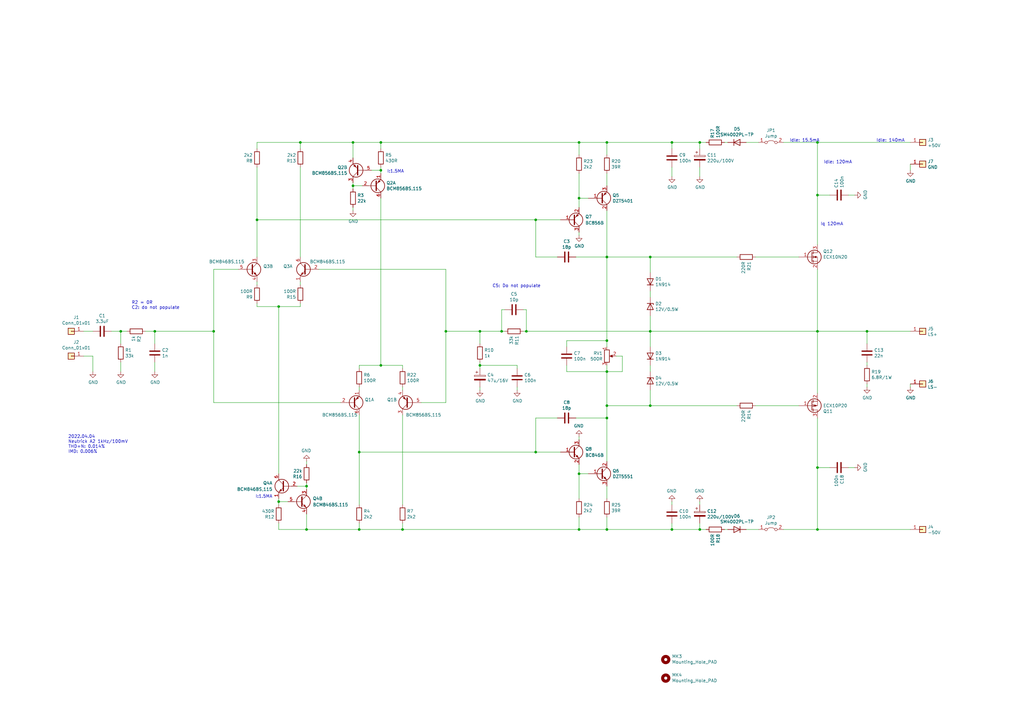
<source format=kicad_sch>
(kicad_sch (version 20211123) (generator eeschema)
  (paper "A3")
  (title_block (title "Lateral MOS FET 80W") (date "2022-04-04") (rev "V3a"))
  (lib_symbols
    (symbol "Connector_Generic:Conn_01x01" (pin_names (offset 1.016) hide)
      (property "Reference" "J" (at 0 2.54 0))
      (property "Value" "Conn_01x01" (at 0 -2.54 0))
      (symbol "Conn_01x01_1_1"
        (rectangle (start -1.27 0.127) (end 0 -0.127) (stroke (width 0.1524)))
        (rectangle (start -1.27 1.27) (end 1.27 -1.27) (stroke (width 0.254)) (fill (type background)))
        (pin passive line (at -5.08 0 0) (length 3.81) (name "Pin_1") (number "1"))
      )
    )
    (symbol "Device:C" (pin_numbers hide) (pin_names (offset 0.254))
      (property "Reference" "C" (at 0.635 2.54 0))
      (property "Value" "C" (at 0.635 -2.54 0))
      (symbol "C_0_1"
        (polyline (pts (xy -2.032 -0.762) (xy 2.032 -0.762)) (stroke (width 0.508)))
        (polyline (pts (xy -2.032 0.762) (xy 2.032 0.762)) (stroke (width 0.508)))
      )
      (symbol "C_1_1"
        (pin passive line (at 0 3.81 270) (length 2.794) (name "~") (number "1"))
        (pin passive line (at 0 -3.81 90) (length 2.794) (name "~") (number "2"))
      )
    )
    (symbol "Device:CP" (pin_numbers hide) (pin_names (offset 0.254))
      (property "Reference" "C" (at 0.635 2.54 0))
      (property "Value" "Device_CP" (at 0.635 -2.54 0))
      (symbol "CP_0_1"
        (rectangle (start -2.286 0.508) (end 2.286 1.016))
        (polyline (pts (xy -1.778 2.286) (xy -0.762 2.286)))
        (polyline (pts (xy -1.27 2.794) (xy -1.27 1.778)))
        (rectangle (start 2.286 -0.508) (end -2.286 -1.016) (fill (type outline)))
      )
      (symbol "CP_1_1"
        (pin passive line (at 0 3.81 270) (length 2.794) (name "~") (number "1"))
        (pin passive line (at 0 -3.81 90) (length 2.794) (name "~") (number "2"))
      )
    )
    (symbol "Device:R" (pin_numbers hide) (pin_names (offset 0))
      (property "Reference" "R" (at 2.032 0 90))
      (property "Value" "R" (at 0 0 90))
      (symbol "R_0_1"
        (rectangle (start -1.016 -2.54) (end 1.016 2.54) (stroke (width 0.254)))
      )
      (symbol "R_1_1"
        (pin passive line (at 0 3.81 270) (length 1.27) (name "~") (number "1"))
        (pin passive line (at 0 -3.81 90) (length 1.27) (name "~") (number "2"))
      )
    )
    (symbol "Device:R_POT" (pin_names (offset 1.016) hide)
      (property "Reference" "RV" (at -4.445 0 90))
      (property "Value" "Device_R_POT" (at -2.54 0 90))
      (symbol "R_POT_0_1"
        (polyline (pts (xy 2.54 0) (xy 1.524 0)))
        (polyline (pts (xy 1.143 0) (xy 2.286 0.508) (xy 2.286 -0.508) (xy 1.143 0)) (fill (type outline)))
        (rectangle (start 1.016 2.54) (end -1.016 -2.54) (stroke (width 0.254)))
      )
      (symbol "R_POT_1_1"
        (pin passive line (at 0 3.81 270) (length 1.27) (name "1") (number "1"))
        (pin passive line (at 3.81 0 180) (length 1.27) (name "2") (number "2"))
        (pin passive line (at 0 -3.81 90) (length 1.27) (name "3") (number "3"))
      )
    )
    (symbol "Diode:1N4002" (pin_numbers hide) (pin_names (offset 1.016) hide)
      (property "Reference" "D" (at 0 2.54 0))
      (property "Value" "1N4002" (at 0 -2.54 0))
      (symbol "1N4002_0_1"
        (polyline (pts (xy -1.27 1.27) (xy -1.27 -1.27)) (stroke (width 0.254)))
        (polyline (pts (xy 1.27 0) (xy -1.27 0)))
        (polyline (pts (xy 1.27 1.27) (xy 1.27 -1.27) (xy -1.27 0) (xy 1.27 1.27)) (stroke (width 0.254)))
      )
      (symbol "1N4002_1_1"
        (pin passive line (at -3.81 0 0) (length 2.54) (name "K") (number "1"))
        (pin passive line (at 3.81 0 180) (length 2.54) (name "A") (number "2"))
      )
    )
    (symbol "Diode:1N4148" (pin_numbers hide) (pin_names (offset 1.016) hide)
      (property "Reference" "D" (at 0 2.54 0))
      (property "Value" "1N4148" (at 0 -2.54 0))
      (symbol "1N4148_0_1"
        (polyline (pts (xy -1.27 1.27) (xy -1.27 -1.27)) (stroke (width 0.254)))
        (polyline (pts (xy 1.27 0) (xy -1.27 0)))
        (polyline (pts (xy 1.27 1.27) (xy 1.27 -1.27) (xy -1.27 0) (xy 1.27 1.27)) (stroke (width 0.254)))
      )
      (symbol "1N4148_1_1"
        (pin passive line (at -3.81 0 0) (length 2.54) (name "K") (number "1"))
        (pin passive line (at 3.81 0 180) (length 2.54) (name "A") (number "2"))
      )
    )
    (symbol "Diode:ZPDxx" (pin_numbers hide) (pin_names (offset 1.016) hide)
      (property "Reference" "D" (at 0 2.54 0))
      (property "Value" "ZPDxx" (at 0 -2.54 0))
      (symbol "ZPDxx_0_1"
        (polyline (pts (xy 1.27 0) (xy -1.27 0)))
        (polyline (pts (xy -1.27 -1.27) (xy -1.27 1.27) (xy -0.762 1.27)) (stroke (width 0.254)))
        (polyline (pts (xy 1.27 -1.27) (xy 1.27 1.27) (xy -1.27 0) (xy 1.27 -1.27)) (stroke (width 0.254)))
      )
      (symbol "ZPDxx_1_1"
        (pin passive line (at -3.81 0 0) (length 2.54) (name "K") (number "1"))
        (pin passive line (at 3.81 0 180) (length 2.54) (name "A") (number "2"))
      )
    )
    (symbol "Jumper:Jumper_2_Bridged" (pin_names (offset 0) hide)
      (property "Reference" "JP" (at 0 1.905 0))
      (property "Value" "Jumper_2_Bridged" (at 0 -2.54 0))
      (symbol "Jumper_2_Bridged_0_0"
        (circle (center -2.032 0) (radius 0.508))
        (circle (center 2.032 0) (radius 0.508))
      )
      (symbol "Jumper_2_Bridged_0_1"
        (arc (start 1.524 0.254) (mid 0 0.762) (end -1.524 0.254))
      )
      (symbol "Jumper_2_Bridged_1_1"
        (pin passive line (at -5.08 0 0) (length 2.54) (name "A") (number "1"))
        (pin passive line (at 5.08 0 180) (length 2.54) (name "B") (number "2"))
      )
    )
    (symbol "Mechanical:MountingHole" (pin_names (offset 1.016))
      (property "Reference" "H" (at 0 5.08 0))
      (property "Value" "MountingHole" (at 0 3.175 0))
      (symbol "MountingHole_0_1"
        (circle (center 0 0) (radius 1.27) (stroke (width 1.27)))
      )
    )
    (symbol "Transistor_BJT:BC846" (pin_names (offset 0) hide)
      (property "Reference" "Q" (at 5.08 1.905 0))
      (property "Value" "BC846" (at 5.08 0 0))
      (symbol "BC846_0_1"
        (polyline (pts (xy 0.635 0.635) (xy 2.54 2.54)))
        (polyline (pts (xy 0.635 -0.635) (xy 2.54 -2.54) (xy 2.54 -2.54)))
        (polyline (pts (xy 0.635 1.905) (xy 0.635 -1.905) (xy 0.635 -1.905)) (stroke (width 0.508)))
        (polyline (pts (xy 1.27 -1.778) (xy 1.778 -1.27) (xy 2.286 -2.286) (xy 1.27 -1.778) (xy 1.27 -1.778)) (fill (type outline)))
        (circle (center 1.27 0) (radius 2.8194) (stroke (width 0.254)))
      )
      (symbol "BC846_1_1"
        (pin input line (at -5.08 0 0) (length 5.715) (name "B") (number "1"))
        (pin passive line (at 2.54 -5.08 90) (length 2.54) (name "E") (number "2"))
        (pin passive line (at 2.54 5.08 270) (length 2.54) (name "C") (number "3"))
      )
    )
    (symbol "Transistor_BJT:BC846BDW1" (pin_names (offset 0) hide)
      (property "Reference" "Q" (at 5.08 1.27 0))
      (property "Value" "BC846BDW1" (at 5.08 -1.27 0))
      (symbol "BC846BDW1_0_1"
        (polyline (pts (xy 0.635 0) (xy -2.54 0)))
        (polyline (pts (xy 0.635 0.635) (xy 2.54 2.54)))
        (polyline (pts (xy 0.635 -0.635) (xy 2.54 -2.54) (xy 2.54 -2.54)))
        (polyline (pts (xy 0.635 1.905) (xy 0.635 -1.905) (xy 0.635 -1.905)) (stroke (width 0.508)))
        (polyline (pts (xy 1.27 -1.778) (xy 1.778 -1.27) (xy 2.286 -2.286) (xy 1.27 -1.778) (xy 1.27 -1.778)) (fill (type outline)))
        (circle (center 1.27 0) (radius 2.8194) (stroke (width 0.254)))
      )
      (symbol "BC846BDW1_1_1"
        (pin passive line (at 2.54 -5.08 90) (length 2.54) (name "E1") (number "1"))
        (pin input line (at -5.08 0 0) (length 2.54) (name "B1") (number "2"))
        (pin passive line (at 2.54 5.08 270) (length 2.54) (name "C1") (number "6"))
      )
      (symbol "BC846BDW1_2_1"
        (pin passive line (at 2.54 5.08 270) (length 2.54) (name "C2") (number "3"))
        (pin passive line (at 2.54 -5.08 90) (length 2.54) (name "E2") (number "4"))
        (pin input line (at -5.08 0 0) (length 2.54) (name "B2") (number "5"))
      )
    )
    (symbol "Transistor_BJT:BC856" (pin_names (offset 0) hide)
      (property "Reference" "Q" (at 5.08 1.905 0))
      (property "Value" "BC856" (at 5.08 0 0))
      (symbol "BC856_0_1"
        (polyline (pts (xy 0.635 0.635) (xy 2.54 2.54)))
        (polyline (pts (xy 0.635 -0.635) (xy 2.54 -2.54) (xy 2.54 -2.54)))
        (polyline (pts (xy 0.635 1.905) (xy 0.635 -1.905) (xy 0.635 -1.905)) (stroke (width 0.508)))
        (polyline (pts (xy 2.286 -1.778) (xy 1.778 -2.286) (xy 1.27 -1.27) (xy 2.286 -1.778) (xy 2.286 -1.778)) (fill (type outline)))
        (circle (center 1.27 0) (radius 2.8194) (stroke (width 0.254)))
      )
      (symbol "BC856_1_1"
        (pin input line (at -5.08 0 0) (length 5.715) (name "B") (number "1"))
        (pin passive line (at 2.54 -5.08 90) (length 2.54) (name "E") (number "2"))
        (pin passive line (at 2.54 5.08 270) (length 2.54) (name "C") (number "3"))
      )
    )
    (symbol "Transistor_BJT:BC856BS" (pin_names (offset 0) hide)
      (property "Reference" "Q" (at 5.08 1.27 0))
      (property "Value" "BC856BS" (at 5.08 -1.27 0))
      (symbol "BC856BS_0_1"
        (polyline (pts (xy 0.635 0) (xy -2.54 0)))
        (polyline (pts (xy 0.635 0.635) (xy 2.54 2.54)))
        (polyline (pts (xy 0.635 -0.635) (xy 2.54 -2.54) (xy 2.54 -2.54)))
        (polyline (pts (xy 0.635 1.905) (xy 0.635 -1.905) (xy 0.635 -1.905)) (stroke (width 0.508)))
        (polyline (pts (xy 2.286 -1.778) (xy 1.778 -2.286) (xy 1.27 -1.27) (xy 2.286 -1.778) (xy 2.286 -1.778)) (fill (type outline)))
        (circle (center 1.27 0) (radius 2.8194) (stroke (width 0.254)))
      )
      (symbol "BC856BS_1_1"
        (pin passive line (at 2.54 -5.08 90) (length 2.54) (name "E1") (number "1"))
        (pin input line (at -5.08 0 0) (length 2.54) (name "B1") (number "2"))
        (pin passive line (at 2.54 5.08 270) (length 2.54) (name "C1") (number "6"))
      )
      (symbol "BC856BS_2_1"
        (pin passive line (at 2.54 5.08 270) (length 2.54) (name "C2") (number "3"))
        (pin passive line (at 2.54 -5.08 90) (length 2.54) (name "E2") (number "4"))
        (pin input line (at -5.08 0 0) (length 2.54) (name "B2") (number "5"))
      )
    )
    (symbol "kicad-snk:DZT5401" (pin_names (offset 0) hide)
      (property "Reference" "Q" (at 5.08 1.905 0))
      (property "Value" "kicad-snk_DZT5401" (at 5.08 0 0))
      (symbol "DZT5401_0_1"
        (polyline (pts (xy 0.635 0.635) (xy 2.54 2.54)))
        (polyline (pts (xy 0.635 -0.635) (xy 2.54 -2.54) (xy 2.54 -2.54)))
        (polyline (pts (xy 0.635 1.905) (xy 0.635 -1.905) (xy 0.635 -1.905)) (stroke (width 0.508)))
        (polyline (pts (xy 2.286 -1.778) (xy 1.778 -2.286) (xy 1.27 -1.27) (xy 2.286 -1.778) (xy 2.286 -1.778)) (fill (type outline)))
        (circle (center 1.27 0) (radius 2.8194) (stroke (width 0.254)))
      )
      (symbol "DZT5401_1_1"
        (pin input line (at -5.08 0 0) (length 5.715) (name "B") (number "1"))
        (pin passive line (at 2.54 5.08 270) (length 2.54) (name "C") (number "2"))
        (pin passive line (at 2.54 -5.08 90) (length 2.54) (name "E") (number "3"))
      )
    )
    (symbol "kicad-snk:DZT5551" (pin_names (offset 0) hide)
      (property "Reference" "Q" (at 5.08 1.905 0))
      (property "Value" "kicad-snk_DZT5551" (at 5.08 0 0))
      (symbol "DZT5551_0_1"
        (polyline (pts (xy 0.635 0.635) (xy 2.54 2.54)))
        (polyline (pts (xy 0.635 -0.635) (xy 2.54 -2.54) (xy 2.54 -2.54)))
        (polyline (pts (xy 0.635 1.905) (xy 0.635 -1.905) (xy 0.635 -1.905)) (stroke (width 0.508)))
        (polyline (pts (xy 1.27 -1.778) (xy 1.778 -1.27) (xy 2.286 -2.286) (xy 1.27 -1.778) (xy 1.27 -1.778)) (fill (type outline)))
        (circle (center 1.27 0) (radius 2.8194) (stroke (width 0.254)))
      )
      (symbol "DZT5551_1_1"
        (pin input line (at -5.08 0 0) (length 5.715) (name "B") (number "1"))
        (pin passive line (at 2.54 5.08 270) (length 2.54) (name "C") (number "2"))
        (pin passive line (at 2.54 -5.08 90) (length 2.54) (name "E") (number "3"))
      )
    )
    (symbol "kicad-snk:Q_NMOS_GSD" (pin_names (offset 0) hide)
      (property "Reference" "Q" (at 7.62 1.27 0))
      (property "Value" "kicad-snk_Q_NMOS_GSD" (at 16.51 -1.27 0))
      (symbol "Q_NMOS_GSD_0_1"
        (polyline (pts (xy 0.762 -1.778) (xy 2.54 -1.778)))
        (polyline (pts (xy 0.762 -1.27) (xy 0.762 -2.286)) (stroke (width 0.254)))
        (polyline (pts (xy 0.762 0) (xy 2.54 0)))
        (polyline (pts (xy 0.762 0.508) (xy 0.762 -0.508)) (stroke (width 0.254)))
        (polyline (pts (xy 0.762 1.778) (xy 2.54 1.778)))
        (polyline (pts (xy 0.762 2.286) (xy 0.762 1.27)) (stroke (width 0.254)))
        (polyline (pts (xy 2.54 -1.778) (xy 2.54 -2.54)))
        (polyline (pts (xy 2.54 -1.778) (xy 2.54 0)))
        (polyline (pts (xy 2.54 2.54) (xy 2.54 1.778)))
        (polyline (pts (xy 0.254 1.905) (xy 0.254 -1.905) (xy 0.254 -1.905)) (stroke (width 0.254)))
        (polyline (pts (xy 1.016 0) (xy 2.032 0.381) (xy 2.032 -0.381) (xy 1.016 0)) (fill (type outline)))
        (circle (center 1.27 0) (radius 2.8194) (stroke (width 0.254)))
      )
      (symbol "Q_NMOS_GSD_1_1"
        (pin input line (at -5.08 0 0) (length 5.334) (name "G") (number "1"))
        (pin passive line (at 2.54 -5.08 90) (length 2.54) (name "S") (number "2"))
        (pin passive line (at 2.54 5.08 270) (length 2.54) (name "D") (number "3"))
      )
    )
    (symbol "kicad-snk:Q_PMOS_GSD" (pin_names (offset 0) hide)
      (property "Reference" "Q" (at 7.62 1.27 0))
      (property "Value" "kicad-snk_Q_PMOS_GSD" (at 16.51 -1.27 0))
      (symbol "Q_PMOS_GSD_0_1"
        (polyline (pts (xy 0.762 -1.778) (xy 2.54 -1.778)))
        (polyline (pts (xy 0.762 -1.27) (xy 0.762 -2.286)) (stroke (width 0.254)))
        (polyline (pts (xy 0.762 0) (xy 2.54 0)))
        (polyline (pts (xy 0.762 0.508) (xy 0.762 -0.508)) (stroke (width 0.254)))
        (polyline (pts (xy 0.762 1.778) (xy 2.54 1.778)))
        (polyline (pts (xy 0.762 2.286) (xy 0.762 1.27)) (stroke (width 0.254)))
        (polyline (pts (xy 2.54 -1.778) (xy 2.54 -2.54)))
        (polyline (pts (xy 2.54 -1.778) (xy 2.54 0)))
        (polyline (pts (xy 2.54 2.54) (xy 2.54 1.778)))
        (polyline (pts (xy 0.254 1.905) (xy 0.254 -1.905) (xy 0.254 -1.905)) (stroke (width 0.254)))
        (polyline (pts (xy 2.286 0) (xy 1.27 -0.381) (xy 1.27 0.381) (xy 2.286 0)) (fill (type outline)))
        (circle (center 1.27 0) (radius 2.8194) (stroke (width 0.254)))
      )
      (symbol "Q_PMOS_GSD_1_1"
        (pin input line (at -5.08 0 0) (length 5.334) (name "G") (number "1"))
        (pin passive line (at 2.54 -5.08 90) (length 2.54) (name "D") (number "2"))
        (pin passive line (at 2.54 5.08 270) (length 2.54) (name "S") (number "3"))
      )
    )
    (symbol "power:GND" (power) (pin_names (offset 0))
      (property "Value" "GND" (at 0 -3.81 0))
      (symbol "GND_0_1"
        (polyline (pts (xy 0 0) (xy 0 -1.27) (xy 1.27 -1.27) (xy 0 -2.54) (xy -1.27 -1.27) (xy 0 -1.27)))
      )
      (symbol "GND_1_1"
        (pin power_in line (at 0 0 270) (length 0) hide (name "GND") (number "1"))
      )
    )
  )
  (junction (at 248.92 58.42))
  (junction (at 266.7 166.37))
  (junction (at 266.7 105.41))
  (junction (at 248.92 166.37))
  (junction (at 266.7 135.89))
  (junction (at 237.49 194.31))
  (junction (at 335.28 217.17))
  (junction (at 219.71 185.42))
  (junction (at 355.6 135.89))
  (junction (at 87.63 135.89))
  (junction (at 114.3 205.74))
  (junction (at 156.21 149.86))
  (junction (at 63.5 135.89))
  (junction (at 248.92 217.17))
  (junction (at 248.92 139.7))
  (junction (at 237.49 58.42))
  (junction (at 248.92 105.41))
  (junction (at 147.32 217.17))
  (junction (at 248.92 171.45))
  (junction (at 49.53 135.89))
  (junction (at 156.21 58.42))
  (junction (at 105.41 90.17))
  (junction (at 248.92 152.4))
  (junction (at 275.59 58.42))
  (junction (at 275.59 217.17))
  (junction (at 125.73 217.17))
  (junction (at 125.73 199.39))
  (junction (at 335.28 191.77))
  (junction (at 287.02 58.42))
  (junction (at 196.85 135.89))
  (junction (at 182.88 135.89))
  (junction (at 165.1 217.17))
  (junction (at 215.9 135.89))
  (junction (at 205.74 135.89))
  (junction (at 335.28 135.89))
  (junction (at 156.21 69.85))
  (junction (at 114.3 125.73))
  (junction (at 144.78 76.2))
  (junction (at 147.32 185.42))
  (junction (at 123.19 58.42))
  (junction (at 144.78 58.42))
  (junction (at 237.49 81.28))
  (junction (at 237.49 217.17))
  (junction (at 196.85 149.86))
  (junction (at 287.02 217.17))
  (junction (at 335.28 80.01))
  (junction (at 335.28 58.42))
  (junction (at 219.71 90.17))
  (wire (pts (xy 38.1 146.05) (xy 34.29 146.05)))
  (wire (pts (xy 219.71 171.45) (xy 219.71 185.42)))
  (wire (pts (xy 236.22 171.45) (xy 248.92 171.45)))
  (wire (pts (xy 255.27 152.4) (xy 255.27 146.05)))
  (wire (pts (xy 205.74 127) (xy 205.74 135.89)))
  (wire (pts (xy 219.71 105.41) (xy 219.71 90.17)))
  (wire (pts (xy 123.19 116.84) (xy 123.19 115.57)))
  (wire (pts (xy 212.09 149.86) (xy 196.85 149.86)))
  (wire (pts (xy 335.28 217.17) (xy 335.28 191.77)))
  (wire (pts (xy 248.92 166.37) (xy 266.7 166.37)))
  (wire (pts (xy 207.01 127) (xy 205.74 127)))
  (wire (pts (xy 212.09 151.13) (xy 212.09 149.86)))
  (wire (pts (xy 165.1 170.18) (xy 165.1 207.01)))
  (wire (pts (xy 266.7 111.76) (xy 266.7 105.41)))
  (wire (pts (xy 237.49 85.09) (xy 237.49 81.28)))
  (wire (pts (xy 275.59 58.42) (xy 275.59 60.96)))
  (wire (pts (xy 125.73 199.39) (xy 121.92 199.39)))
  (wire (pts (xy 34.29 135.89) (xy 38.1 135.89)))
  (wire (pts (xy 152.4 69.85) (xy 156.21 69.85)))
  (wire (pts (xy 266.7 129.54) (xy 266.7 135.89)))
  (wire (pts (xy 275.59 68.58) (xy 275.59 72.39)))
  (wire (pts (xy 340.36 80.01) (xy 335.28 80.01)))
  (wire (pts (xy 340.36 191.77) (xy 335.28 191.77)))
  (wire (pts (xy 248.92 217.17) (xy 275.59 217.17)))
  (wire (pts (xy 125.73 217.17) (xy 147.32 217.17)))
  (wire (pts (xy 144.78 76.2) (xy 148.59 76.2)))
  (wire (pts (xy 63.5 135.89) (xy 87.63 135.89)))
  (wire (pts (xy 237.49 179.07) (xy 237.49 180.34)))
  (wire (pts (xy 287.02 58.42) (xy 287.02 60.96)))
  (wire (pts (xy 123.19 60.96) (xy 123.19 58.42)))
  (wire (pts (xy 335.28 100.33) (xy 335.28 80.01)))
  (wire (pts (xy 321.31 58.42) (xy 335.28 58.42)))
  (wire (pts (xy 139.7 165.1) (xy 87.63 165.1)))
  (wire (pts (xy 196.85 149.86) (xy 196.85 148.59)))
  (wire (pts (xy 105.41 90.17) (xy 105.41 68.58)))
  (wire (pts (xy 248.92 152.4) (xy 255.27 152.4)))
  (wire (pts (xy 335.28 110.49) (xy 335.28 135.89)))
  (wire (pts (xy 147.32 170.18) (xy 147.32 185.42)))
  (wire (pts (xy 248.92 58.42) (xy 237.49 58.42)))
  (wire (pts (xy 298.45 58.42) (xy 297.18 58.42)))
  (wire (pts (xy 105.41 60.96) (xy 105.41 58.42)))
  (wire (pts (xy 63.5 140.97) (xy 63.5 135.89)))
  (wire (pts (xy 237.49 217.17) (xy 248.92 217.17)))
  (wire (pts (xy 309.88 166.37) (xy 327.66 166.37)))
  (wire (pts (xy 165.1 217.17) (xy 237.49 217.17)))
  (wire (pts (xy 105.41 124.46) (xy 105.41 125.73)))
  (wire (pts (xy 105.41 105.41) (xy 105.41 90.17)))
  (wire (pts (xy 248.92 204.47) (xy 248.92 199.39)))
  (wire (pts (xy 248.92 152.4) (xy 248.92 166.37)))
  (wire (pts (xy 266.7 160.02) (xy 266.7 166.37)))
  (wire (pts (xy 219.71 90.17) (xy 229.87 90.17)))
  (wire (pts (xy 248.92 166.37) (xy 248.92 171.45)))
  (wire (pts (xy 165.1 158.75) (xy 165.1 160.02)))
  (wire (pts (xy 373.38 67.31) (xy 373.38 69.85)))
  (wire (pts (xy 248.92 142.24) (xy 248.92 139.7)))
  (wire (pts (xy 125.73 190.5) (xy 125.73 189.23)))
  (wire (pts (xy 228.6 171.45) (xy 219.71 171.45)))
  (wire (pts (xy 144.78 74.93) (xy 144.78 76.2)))
  (wire (pts (xy 156.21 58.42) (xy 144.78 58.42)))
  (wire (pts (xy 335.28 80.01) (xy 335.28 58.42)))
  (wire (pts (xy 123.19 58.42) (xy 105.41 58.42)))
  (wire (pts (xy 248.92 149.86) (xy 248.92 152.4)))
  (wire (pts (xy 144.78 58.42) (xy 144.78 64.77)))
  (wire (pts (xy 248.92 76.2) (xy 248.92 71.12)))
  (wire (pts (xy 182.88 110.49) (xy 182.88 135.89)))
  (wire (pts (xy 105.41 90.17) (xy 219.71 90.17)))
  (wire (pts (xy 335.28 171.45) (xy 335.28 191.77)))
  (wire (pts (xy 266.7 105.41) (xy 302.26 105.41)))
  (wire (pts (xy 355.6 140.97) (xy 355.6 135.89)))
  (wire (pts (xy 63.5 152.4) (xy 63.5 148.59)))
  (wire (pts (xy 147.32 185.42) (xy 147.32 207.01)))
  (wire (pts (xy 49.53 152.4) (xy 49.53 148.59)))
  (wire (pts (xy 355.6 158.75) (xy 355.6 157.48)))
  (wire (pts (xy 237.49 58.42) (xy 237.49 63.5)))
  (wire (pts (xy 147.32 158.75) (xy 147.32 160.02)))
  (wire (pts (xy 237.49 71.12) (xy 237.49 81.28)))
  (wire (pts (xy 248.92 217.17) (xy 248.92 212.09)))
  (wire (pts (xy 125.73 199.39) (xy 125.73 198.12)))
  (wire (pts (xy 232.41 142.24) (xy 232.41 139.7)))
  (wire (pts (xy 125.73 200.66) (xy 125.73 199.39)))
  (wire (pts (xy 165.1 149.86) (xy 156.21 149.86)))
  (wire (pts (xy 309.88 105.41) (xy 327.66 105.41)))
  (wire (pts (xy 350.52 80.01) (xy 347.98 80.01)))
  (wire (pts (xy 147.32 214.63) (xy 147.32 217.17)))
  (wire (pts (xy 287.02 217.17) (xy 275.59 217.17)))
  (wire (pts (xy 215.9 135.89) (xy 215.9 127)))
  (wire (pts (xy 105.41 125.73) (xy 114.3 125.73)))
  (wire (pts (xy 237.49 95.25) (xy 237.49 96.52)))
  (wire (pts (xy 287.02 214.63) (xy 287.02 217.17)))
  (wire (pts (xy 156.21 58.42) (xy 156.21 60.96)))
  (wire (pts (xy 196.85 135.89) (xy 196.85 140.97)))
  (wire (pts (xy 114.3 205.74) (xy 114.3 204.47)))
  (wire (pts (xy 355.6 149.86) (xy 355.6 148.59)))
  (wire (pts (xy 147.32 185.42) (xy 219.71 185.42)))
  (wire (pts (xy 182.88 110.49) (xy 130.81 110.49)))
  (wire (pts (xy 114.3 125.73) (xy 114.3 194.31)))
  (wire (pts (xy 156.21 149.86) (xy 147.32 149.86)))
  (wire (pts (xy 172.72 165.1) (xy 182.88 165.1)))
  (wire (pts (xy 144.78 85.09) (xy 144.78 86.36)))
  (wire (pts (xy 196.85 151.13) (xy 196.85 149.86)))
  (wire (pts (xy 212.09 160.02) (xy 212.09 158.75)))
  (wire (pts (xy 335.28 58.42) (xy 373.38 58.42)))
  (wire (pts (xy 49.53 140.97) (xy 49.53 135.89)))
  (wire (pts (xy 165.1 151.13) (xy 165.1 149.86)))
  (wire (pts (xy 373.38 135.89) (xy 355.6 135.89)))
  (wire (pts (xy 289.56 58.42) (xy 287.02 58.42)))
  (wire (pts (xy 237.49 194.31) (xy 241.3 194.31)))
  (wire (pts (xy 232.41 149.86) (xy 232.41 152.4)))
  (wire (pts (xy 123.19 58.42) (xy 144.78 58.42)))
  (wire (pts (xy 248.92 58.42) (xy 248.92 63.5)))
  (wire (pts (xy 215.9 135.89) (xy 266.7 135.89)))
  (wire (pts (xy 165.1 214.63) (xy 165.1 217.17)))
  (wire (pts (xy 287.02 68.58) (xy 287.02 72.39)))
  (wire (pts (xy 147.32 149.86) (xy 147.32 151.13)))
  (wire (pts (xy 355.6 135.89) (xy 335.28 135.89)))
  (wire (pts (xy 45.72 135.89) (xy 49.53 135.89)))
  (wire (pts (xy 266.7 152.4) (xy 266.7 149.86)))
  (wire (pts (xy 105.41 116.84) (xy 105.41 115.57)))
  (wire (pts (xy 87.63 135.89) (xy 87.63 110.49)))
  (wire (pts (xy 237.49 190.5) (xy 237.49 194.31)))
  (wire (pts (xy 87.63 165.1) (xy 87.63 135.89)))
  (wire (pts (xy 275.59 207.01) (xy 275.59 205.74)))
  (wire (pts (xy 237.49 212.09) (xy 237.49 217.17)))
  (wire (pts (xy 196.85 160.02) (xy 196.85 158.75)))
  (wire (pts (xy 63.5 135.89) (xy 59.69 135.89)))
  (wire (pts (xy 350.52 191.77) (xy 347.98 191.77)))
  (wire (pts (xy 248.92 171.45) (xy 248.92 189.23)))
  (wire (pts (xy 248.92 105.41) (xy 248.92 86.36)))
  (wire (pts (xy 156.21 81.28) (xy 156.21 149.86)))
  (wire (pts (xy 182.88 135.89) (xy 182.88 165.1)))
  (wire (pts (xy 232.41 152.4) (xy 248.92 152.4)))
  (wire (pts (xy 156.21 68.58) (xy 156.21 69.85)))
  (wire (pts (xy 252.73 146.05) (xy 255.27 146.05)))
  (wire (pts (xy 248.92 139.7) (xy 248.92 105.41)))
  (wire (pts (xy 114.3 207.01) (xy 114.3 205.74)))
  (wire (pts (xy 266.7 166.37) (xy 302.26 166.37)))
  (wire (pts (xy 306.07 217.17) (xy 311.15 217.17)))
  (wire (pts (xy 219.71 185.42) (xy 229.87 185.42)))
  (wire (pts (xy 298.45 217.17) (xy 297.18 217.17)))
  (wire (pts (xy 335.28 217.17) (xy 373.38 217.17)))
  (wire (pts (xy 123.19 125.73) (xy 123.19 124.46)))
  (wire (pts (xy 147.32 217.17) (xy 165.1 217.17)))
  (wire (pts (xy 287.02 205.74) (xy 287.02 207.01)))
  (wire (pts (xy 125.73 217.17) (xy 125.73 210.82)))
  (wire (pts (xy 248.92 105.41) (xy 266.7 105.41)))
  (wire (pts (xy 87.63 110.49) (xy 97.79 110.49)))
  (wire (pts (xy 266.7 142.24) (xy 266.7 135.89)))
  (wire (pts (xy 321.31 217.17) (xy 335.28 217.17)))
  (wire (pts (xy 114.3 217.17) (xy 125.73 217.17)))
  (wire (pts (xy 236.22 105.41) (xy 248.92 105.41)))
  (wire (pts (xy 52.07 135.89) (xy 49.53 135.89)))
  (wire (pts (xy 38.1 152.4) (xy 38.1 146.05)))
  (wire (pts (xy 205.74 135.89) (xy 196.85 135.89)))
  (wire (pts (xy 214.63 135.89) (xy 215.9 135.89)))
  (wire (pts (xy 207.01 135.89) (xy 205.74 135.89)))
  (wire (pts (xy 215.9 127) (xy 214.63 127)))
  (wire (pts (xy 182.88 135.89) (xy 196.85 135.89)))
  (wire (pts (xy 144.78 76.2) (xy 144.78 77.47)))
  (wire (pts (xy 232.41 139.7) (xy 248.92 139.7)))
  (wire (pts (xy 156.21 69.85) (xy 156.21 71.12)))
  (wire (pts (xy 275.59 214.63) (xy 275.59 217.17)))
  (wire (pts (xy 118.11 205.74) (xy 114.3 205.74)))
  (wire (pts (xy 275.59 58.42) (xy 248.92 58.42)))
  (wire (pts (xy 306.07 58.42) (xy 311.15 58.42)))
  (wire (pts (xy 228.6 105.41) (xy 219.71 105.41)))
  (wire (pts (xy 266.7 135.89) (xy 335.28 135.89)))
  (wire (pts (xy 237.49 194.31) (xy 237.49 204.47)))
  (wire (pts (xy 156.21 58.42) (xy 237.49 58.42)))
  (wire (pts (xy 266.7 121.92) (xy 266.7 119.38)))
  (wire (pts (xy 287.02 58.42) (xy 275.59 58.42)))
  (wire (pts (xy 123.19 105.41) (xy 123.19 68.58)))
  (wire (pts (xy 289.56 217.17) (xy 287.02 217.17)))
  (wire (pts (xy 237.49 81.28) (xy 241.3 81.28)))
  (wire (pts (xy 335.28 135.89) (xy 335.28 161.29)))
  (wire (pts (xy 114.3 217.17) (xy 114.3 214.63)))
  (wire (pts (xy 373.38 158.75) (xy 373.38 157.48)))
  (wire (pts (xy 114.3 125.73) (xy 123.19 125.73)))
  (text "2022.04.04\nNeutrick A2 1kHz/100mV\nTHD+N: 0.014%\nIMD: 0.006%" (at 27.94 186.055 0) (effects (font (size 1.27 1.27)) (justify left bottom)))
  (text "I:1.5MA" (at 111.76 204.47 180) (effects (font (size 1.27 1.27)) (justify right bottom)))
  (text "Idle: 120mA" (at 337.82 67.31 0) (effects (font (size 1.27 1.27)) (justify left bottom)))
  (text "Iq 120mA" (at 336.55 92.71 0) (effects (font (size 1.27 1.27)) (justify left bottom)))
  (text "Idle: 15.5mA" (at 323.85 58.42 0) (effects (font (size 1.27 1.27)) (justify left bottom)))
  (text "Idle: 140mA" (at 359.41 58.42 0) (effects (font (size 1.27 1.27)) (justify left bottom)))
  (text "R2 = 0R\nC2: do not populate" (at 53.975 127 0) (effects (font (size 1.27 1.27)) (justify left bottom)))
  (text "I:1.5MA" (at 158.75 71.12 0) (effects (font (size 1.27 1.27)) (justify left bottom)))
  (text "C5: Do not populate" (at 201.93 118.11 0) (effects (font (size 1.27 1.27)) (justify left bottom)))
  (symbol (lib_id "Device:R") (at 55.88 135.89 270) (unit 1)
    (property "Reference" "R2" (at 57.0484 137.668 0) (effects (justify left)))
    (property "Value" "1k" (at 54.737 137.668 0) (effects (justify left)))
    (property "Footprint" "Resistor_SMD:R_0805_2012Metric_Pad1.20x1.40mm_HandSolder" (effects hide))
  )
  (symbol (lib_id "Device:C") (at 63.5 144.78 0) (unit 1)
    (property "Reference" "C2" (at 66.421 143.6116 0) (effects (justify left)))
    (property "Value" "1n" (at 66.421 145.923 0) (effects (justify left)))
    (property "Footprint" "Capacitor_THT:C_Rect_L7.2mm_W2.5mm_P5.00mm_FKS2_FKP2_MKS2_MKP2" (effects hide))
  )
  (symbol (lib_id "Device:C") (at 41.91 135.89 270) (unit 1)
    (property "Reference" "C1" (at 41.91 129.4892 90))
    (property "Value" "3.3uF" (at 41.91 131.8006 90))
    (property "Footprint" "Capacitor_THT:C_Rect_L7.2mm_W7.2mm_P5.00mm_FKS2_FKP2_MKS2_MKP2" (effects hide))
  )
  (symbol (lib_id "power:GND") (at 49.53 152.4 0) (unit 1)
    (property "Reference" "#PWR0101" (effects hide))
    (property "Value" "GND" (at 49.657 156.7942 0))
  )
  (symbol (lib_id "Device:R") (at 49.53 144.78 0) (unit 1)
    (property "Reference" "R1" (at 51.308 143.6116 0) (effects (justify left)))
    (property "Value" "33k" (at 51.308 145.923 0) (effects (justify left)))
    (property "Footprint" "Resistor_SMD:R_0805_2012Metric_Pad1.20x1.40mm_HandSolder" (effects hide))
  )
  (symbol (lib_id "power:GND") (at 38.1 152.4 0) (unit 1)
    (property "Reference" "#PWR0102" (effects hide))
    (property "Value" "GND" (at 38.227 156.7942 0))
  )
  (symbol (lib_id "Connector_Generic:Conn_01x01") (at 29.21 135.89 180) (unit 1)
    (property "Reference" "J1" (at 31.2928 130.175 0))
    (property "Value" "Conn_01x01" (at 31.2928 132.4864 0))
    (property "Footprint" "Connector_Pin:Pin_D1.0mm_L10.0mm" (effects hide))
  )
  (symbol (lib_id "Connector_Generic:Conn_01x01") (at 29.21 146.05 180) (unit 1)
    (property "Reference" "J2" (at 31.2928 140.335 0))
    (property "Value" "Conn_01x01" (at 31.2928 142.6464 0))
    (property "Footprint" "Connector_Pin:Pin_D1.0mm_L10.0mm" (effects hide))
  )
  (symbol (lib_id "Device:R") (at 147.32 154.94 0) (unit 1)
    (property "Reference" "R6" (at 149.098 153.7716 0) (effects (justify left)))
    (property "Value" "100R" (at 149.098 156.083 0) (effects (justify left)))
    (property "Footprint" "Resistor_SMD:R_0805_2012Metric_Pad1.20x1.40mm_HandSolder" (effects hide))
  )
  (symbol (lib_id "Device:R") (at 144.78 81.28 0) (unit 1)
    (property "Reference" "R3" (at 146.558 80.1116 0) (effects (justify left)))
    (property "Value" "22k" (at 146.558 82.423 0) (effects (justify left)))
    (property "Footprint" "Resistor_SMD:R_0805_2012Metric_Pad1.20x1.40mm_HandSolder" (effects hide))
  )
  (symbol (lib_id "power:GND") (at 144.78 86.36 0) (unit 1)
    (property "Reference" "#PWR0103" (effects hide))
    (property "Value" "GND" (at 144.907 90.7542 0))
  )
  (symbol (lib_id "Device:R") (at 156.21 64.77 0) (unit 1)
    (property "Reference" "R5" (at 157.988 63.6016 0) (effects (justify left)))
    (property "Value" "430R" (at 157.988 65.913 0) (effects (justify left)))
    (property "Footprint" "Resistor_SMD:R_0805_2012Metric_Pad1.20x1.40mm_HandSolder" (effects hide))
  )
  (symbol (lib_id "Device:CP") (at 196.85 154.94 0) (unit 1)
    (property "Reference" "C4" (at 199.8472 153.7716 0) (effects (justify left)))
    (property "Value" "47u/16V" (at 199.8472 156.083 0) (effects (justify left)))
    (property "Footprint" "Capacitor_THT:CP_Radial_D5.0mm_P2.00mm" (effects hide))
  )
  (symbol (lib_id "Device:C") (at 212.09 154.94 0) (unit 1)
    (property "Reference" "C6" (at 215.011 153.7716 0) (effects (justify left)))
    (property "Value" "100n" (at 215.011 156.083 0) (effects (justify left)))
    (property "Footprint" "Capacitor_THT:C_Rect_L7.2mm_W2.5mm_P5.00mm_FKS2_FKP2_MKS2_MKP2" (effects hide))
  )
  (symbol (lib_id "Device:R") (at 196.85 144.78 0) (unit 1)
    (property "Reference" "R10" (at 198.628 143.6116 0) (effects (justify left)))
    (property "Value" "1k" (at 198.628 145.923 0) (effects (justify left)))
    (property "Footprint" "Resistor_SMD:R_0805_2012Metric_Pad1.20x1.40mm_HandSolder" (effects hide))
  )
  (symbol (lib_id "Device:R") (at 165.1 210.82 0) (unit 1)
    (property "Reference" "R7" (at 166.878 209.6516 0) (effects (justify left)))
    (property "Value" "2k2" (at 166.878 211.963 0) (effects (justify left)))
    (property "Footprint" "Resistor_SMD:R_0805_2012Metric_Pad1.20x1.40mm_HandSolder" (effects hide))
  )
  (symbol (lib_id "Device:R") (at 147.32 210.82 0) (unit 1)
    (property "Reference" "R4" (at 149.098 209.6516 0) (effects (justify left)))
    (property "Value" "2k2" (at 149.098 211.963 0) (effects (justify left)))
    (property "Footprint" "Resistor_SMD:R_0805_2012Metric_Pad1.20x1.40mm_HandSolder" (effects hide))
  )
  (symbol (lib_id "power:GND") (at 63.5 152.4 0) (unit 1)
    (property "Reference" "#PWR0104" (effects hide))
    (property "Value" "GND" (at 63.627 156.7942 0))
  )
  (symbol (lib_id "Device:R") (at 210.82 135.89 270) (unit 1)
    (property "Reference" "R11" (at 211.9884 137.668 0) (effects (justify left)))
    (property "Value" "33k" (at 209.677 137.668 0) (effects (justify left)))
    (property "Footprint" "Resistor_SMD:R_0805_2012Metric_Pad1.20x1.40mm_HandSolder" (effects hide))
  )
  (symbol (lib_id "Device:C") (at 210.82 127 270) (unit 1)
    (property "Reference" "C5" (at 210.82 120.5992 90))
    (property "Value" "10p" (at 210.82 122.9106 90))
    (property "Footprint" "Capacitor_SMD:C_0805_2012Metric_Pad1.18x1.45mm_HandSolder" (effects hide))
  )
  (symbol (lib_id "Connector_Generic:Conn_01x01") (at 378.46 58.42 0) (unit 1)
    (property "Reference" "J3" (at 380.492 57.3532 0) (effects (justify left)))
    (property "Value" "+50V" (at 380.492 59.6646 0) (effects (justify left)))
    (property "Footprint" "kicad-snk:TE-726386-2_Pitch5.08mm_Drill1.3mm" (effects hide))
  )
  (symbol (lib_id "Connector_Generic:Conn_01x01") (at 378.46 217.17 0) (unit 1)
    (property "Reference" "J4" (at 380.492 216.1032 0) (effects (justify left)))
    (property "Value" "-50V" (at 380.492 218.4146 0) (effects (justify left)))
    (property "Footprint" "kicad-snk:TE-726386-2_Pitch5.08mm_Drill1.3mm" (effects hide))
  )
  (symbol (lib_id "power:GND") (at 355.6 158.75 0) (unit 1)
    (property "Reference" "#PWR0109" (effects hide))
    (property "Value" "GND" (at 355.727 163.1442 0))
  )
  (symbol (lib_id "Connector_Generic:Conn_01x01") (at 378.46 157.48 0) (unit 1)
    (property "Reference" "J6" (at 380.492 156.4132 0) (effects (justify left)))
    (property "Value" "LS-" (at 380.492 158.7246 0) (effects (justify left)))
    (property "Footprint" "kicad-snk:TE-726386-2_Pitch5.08mm_Drill1.3mm" (effects hide))
  )
  (symbol (lib_id "Connector_Generic:Conn_01x01") (at 378.46 135.89 0) (unit 1)
    (property "Reference" "J5" (at 380.492 134.8232 0) (effects (justify left)))
    (property "Value" "LS+" (at 380.492 137.1346 0) (effects (justify left)))
    (property "Footprint" "kicad-snk:TE-726386-2_Pitch5.08mm_Drill1.3mm" (effects hide))
  )
  (symbol (lib_id "power:GND") (at 373.38 158.75 0) (unit 1)
    (property "Reference" "#PWR0110" (effects hide))
    (property "Value" "GND" (at 373.507 163.1442 0))
  )
  (symbol (lib_id "Device:R_POT") (at 248.92 146.05 0) (unit 1)
    (property "Reference" "RV1" (at 247.1674 144.8816 0) (effects (justify right)))
    (property "Value" "500R" (at 247.1674 147.193 0) (effects (justify right)))
    (property "Footprint" "Potentiometer_THT:Potentiometer_Bourns_3296W_Vertical" (effects hide))
  )
  (symbol (lib_id "Device:C") (at 232.41 146.05 180) (unit 1)
    (property "Reference" "C7" (at 235.331 144.8816 0) (effects (justify right)))
    (property "Value" "100n" (at 235.331 147.193 0) (effects (justify right)))
    (property "Footprint" "Capacitor_THT:C_Rect_L7.2mm_W2.5mm_P5.00mm_FKS2_FKP2_MKS2_MKP2" (effects hide))
  )
  (symbol (lib_id "Diode:1N4148") (at 266.7 115.57 90) (unit 1)
    (property "Reference" "D1" (at 268.732 114.4016 90) (effects (justify right)))
    (property "Value" "1N914" (at 268.732 116.713 90) (effects (justify right)))
    (property "Footprint" "Diode_SMD:D_SOD-123" (effects hide))
    (property "Datasheet" "https://assets.nexperia.com/documents/data-sheet/1N4148_1N4448.pdf" (effects hide))
  )
  (symbol (lib_id "Diode:ZPDxx") (at 266.7 125.73 270) (unit 1)
    (property "Reference" "D2" (at 268.732 124.5616 90) (effects (justify left)))
    (property "Value" "12V/0.5W" (at 268.732 126.873 90) (effects (justify left)))
    (property "Footprint" "Diode_SMD:D_SOD-123" (effects hide))
    (property "Datasheet" "http://diotec.com/tl_files/diotec/files/pdf/datasheets/zpd1" (effects hide))
  )
  (symbol (lib_id "Diode:1N4148") (at 266.7 146.05 90) (unit 1)
    (property "Reference" "D3" (at 268.732 144.8816 90) (effects (justify right)))
    (property "Value" "1N914" (at 268.732 147.193 90) (effects (justify right)))
    (property "Footprint" "Diode_SMD:D_SOD-123" (effects hide))
    (property "Datasheet" "https://assets.nexperia.com/documents/data-sheet/1N4148_1N4448.pdf" (effects hide))
  )
  (symbol (lib_id "Diode:ZPDxx") (at 266.7 156.21 270) (unit 1)
    (property "Reference" "D4" (at 268.732 155.0416 90) (effects (justify left)))
    (property "Value" "12V/0.5W" (at 268.732 157.353 90) (effects (justify left)))
    (property "Footprint" "Diode_SMD:D_SOD-123" (effects hide))
    (property "Datasheet" "http://diotec.com/tl_files/diotec/files/pdf/datasheets/zpd1" (effects hide))
  )
  (symbol (lib_id "Device:R") (at 306.07 166.37 270) (unit 1)
    (property "Reference" "R14" (at 307.2384 168.148 0) (effects (justify left)))
    (property "Value" "220R" (at 304.927 168.148 0) (effects (justify left)))
    (property "Footprint" "Resistor_SMD:R_0805_2012Metric_Pad1.20x1.40mm_HandSolder" (effects hide))
  )
  (symbol (lib_id "kicad-snk:Q_PMOS_GSD") (at 332.74 166.37 0) (mirror x) (unit 1)
    (property "Reference" "Q11" (at 337.5914 168.6814 0) (effects (justify left)))
    (property "Value" "ECX10P20" (at 337.5914 166.37 0) (effects (justify left)))
    (property "Footprint" "Package_TO_SOT_THT:TO-247-3_Horizontal_TabUp" (effects hide))
  )
  (symbol (lib_id "Connector_Generic:Conn_01x01") (at 378.46 67.31 0) (unit 1)
    (property "Reference" "J7" (at 380.492 66.2432 0) (effects (justify left)))
    (property "Value" "GND" (at 380.492 68.5546 0) (effects (justify left)))
    (property "Footprint" "kicad-snk:TE-726386-2_Pitch5.08mm_Drill1.3mm" (effects hide))
  )
  (symbol (lib_id "Device:R") (at 355.6 153.67 0) (unit 1)
    (property "Reference" "R19" (at 357.378 152.5016 0) (effects (justify left)))
    (property "Value" "6.8R/1W" (at 357.378 154.813 0) (effects (justify left)))
    (property "Footprint" "Resistor_SMD:R_MELF_MMB-0207" (effects hide))
  )
  (symbol (lib_id "power:GND") (at 373.38 69.85 0) (unit 1)
    (property "Reference" "#PWR0111" (effects hide))
    (property "Value" "GND" (at 373.507 74.2442 0))
  )
  (symbol (lib_id "Device:C") (at 355.6 144.78 0) (unit 1)
    (property "Reference" "C13" (at 358.521 143.6116 0) (effects (justify left)))
    (property "Value" "22n" (at 358.521 145.923 0) (effects (justify left)))
    (property "Footprint" "Capacitor_THT:C_Rect_L7.2mm_W2.5mm_P5.00mm_FKS2_FKP2_MKS2_MKP2" (effects hide))
  )
  (symbol (lib_id "Device:CP") (at 287.02 64.77 0) (unit 1)
    (property "Reference" "C11" (at 290.0172 63.6016 0) (effects (justify left)))
    (property "Value" "220u/100V" (at 290.0172 65.913 0) (effects (justify left)))
    (property "Footprint" "Capacitor_THT:CP_Radial_D12.5mm_P5.00mm" (effects hide))
  )
  (symbol (lib_id "Device:C") (at 275.59 64.77 0) (unit 1)
    (property "Reference" "C9" (at 278.511 63.6016 0) (effects (justify left)))
    (property "Value" "100n" (at 278.511 65.913 0) (effects (justify left)))
    (property "Footprint" "Capacitor_THT:C_Rect_L7.2mm_W2.5mm_P5.00mm_FKS2_FKP2_MKS2_MKP2" (effects hide))
  )
  (symbol (lib_id "Diode:1N4002") (at 302.26 58.42 0) (unit 1)
    (property "Reference" "D5" (at 302.26 52.9082 0))
    (property "Value" "SM4002PL-TP" (at 302.26 55.2196 0))
    (property "Footprint" "Diode_SMD:D_SOD-123F" (effects hide))
    (property "Datasheet" "http://www.vishay.com/docs/88503/1n4001.pdf" (effects hide))
  )
  (symbol (lib_id "Device:R") (at 293.37 58.42 90) (unit 1)
    (property "Reference" "R17" (at 292.2016 56.642 0) (effects (justify left)))
    (property "Value" "100R" (at 294.513 56.642 0) (effects (justify left)))
    (property "Footprint" "Resistor_SMD:R_0805_2012Metric_Pad1.20x1.40mm_HandSolder" (effects hide))
  )
  (symbol (lib_id "Device:CP") (at 287.02 210.82 0) (unit 1)
    (property "Reference" "C12" (at 290.0172 209.6516 0) (effects (justify left)))
    (property "Value" "220u/100V" (at 290.0172 211.963 0) (effects (justify left)))
    (property "Footprint" "Capacitor_THT:CP_Radial_D12.5mm_P5.00mm" (effects hide))
  )
  (symbol (lib_id "Device:C") (at 275.59 210.82 0) (unit 1)
    (property "Reference" "C10" (at 278.511 209.6516 0) (effects (justify left)))
    (property "Value" "100n" (at 278.511 211.963 0) (effects (justify left)))
    (property "Footprint" "Capacitor_THT:C_Rect_L7.2mm_W2.5mm_P5.00mm_FKS2_FKP2_MKS2_MKP2" (effects hide))
  )
  (symbol (lib_id "Mechanical:MountingHole") (at 273.05 270.51 0) (unit 1)
    (property "Reference" "MK3" (at 275.59 269.2146 0) (effects (justify left)))
    (property "Value" "Mounting_Hole_PAD" (at 275.59 271.526 0) (effects (justify left)))
    (property "Footprint" "MountingHole:MountingHole_3.2mm_M3_Pad_Via" (effects hide))
  )
  (symbol (lib_id "Mechanical:MountingHole") (at 273.05 278.13 0) (unit 1)
    (property "Reference" "MK4" (at 275.59 276.8346 0) (effects (justify left)))
    (property "Value" "Mounting_Hole_PAD" (at 275.59 279.146 0) (effects (justify left)))
    (property "Footprint" "MountingHole:MountingHole_3.2mm_M3_Pad_Via" (effects hide))
  )
  (symbol (lib_id "Device:R") (at 293.37 217.17 270) (unit 1)
    (property "Reference" "R18" (at 294.5384 218.948 0) (effects (justify left)))
    (property "Value" "100R" (at 292.227 218.948 0) (effects (justify left)))
    (property "Footprint" "Resistor_SMD:R_0805_2012Metric_Pad1.20x1.40mm_HandSolder" (effects hide))
  )
  (symbol (lib_id "Diode:1N4002") (at 302.26 217.17 180) (unit 1)
    (property "Reference" "D6" (at 302.26 211.6582 0))
    (property "Value" "SM4002PL-TP" (at 302.26 213.9696 0))
    (property "Footprint" "Diode_SMD:D_SOD-123F" (effects hide))
    (property "Datasheet" "http://www.vishay.com/docs/88503/1n4001.pdf" (effects hide))
  )
  (symbol (lib_id "power:GND") (at 275.59 72.39 0) (unit 1)
    (property "Reference" "#PWR0112" (effects hide))
    (property "Value" "GND" (at 275.717 76.7842 0))
  )
  (symbol (lib_id "power:GND") (at 287.02 72.39 0) (unit 1)
    (property "Reference" "#PWR0113" (effects hide))
    (property "Value" "GND" (at 287.147 76.7842 0))
  )
  (symbol (lib_id "Device:R") (at 306.07 105.41 270) (unit 1)
    (property "Reference" "R21" (at 307.2384 107.188 0) (effects (justify left)))
    (property "Value" "220R" (at 304.927 107.188 0) (effects (justify left)))
    (property "Footprint" "Resistor_SMD:R_0805_2012Metric_Pad1.20x1.40mm_HandSolder" (effects hide))
  )
  (symbol (lib_id "kicad-snk:Q_NMOS_GSD") (at 332.74 105.41 0) (unit 1)
    (property "Reference" "Q12" (at 337.5914 103.0986 0) (effects (justify left)))
    (property "Value" "ECX10N20" (at 337.5914 105.41 0) (effects (justify left)))
    (property "Footprint" "Package_TO_SOT_THT:TO-247-3_Horizontal_TabUp" (effects hide))
  )
  (symbol (lib_id "Device:R") (at 248.92 67.31 0) (unit 1)
    (property "Reference" "R20" (at 250.698 66.1416 0) (effects (justify left)))
    (property "Value" "39R" (at 250.698 68.453 0) (effects (justify left)))
    (property "Footprint" "Resistor_SMD:R_0805_2012Metric_Pad1.20x1.40mm_HandSolder" (effects hide))
  )
  (symbol (lib_id "power:GND") (at 196.85 160.02 0) (unit 1)
    (property "Reference" "#PWR0105" (effects hide))
    (property "Value" "GND" (at 196.977 164.4142 0))
  )
  (symbol (lib_id "power:GND") (at 212.09 160.02 0) (unit 1)
    (property "Reference" "#PWR0106" (effects hide))
    (property "Value" "GND" (at 212.217 164.4142 0))
  )
  (symbol (lib_id "Device:C") (at 344.17 191.77 270) (unit 1)
    (property "Reference" "C18" (at 345.3384 194.691 0) (effects (justify left)))
    (property "Value" "100n" (at 343.027 194.691 0) (effects (justify left)))
    (property "Footprint" "Capacitor_THT:C_Rect_L7.2mm_W2.5mm_P5.00mm_FKS2_FKP2_MKS2_MKP2" (effects hide))
  )
  (symbol (lib_id "Device:C") (at 344.17 80.01 90) (unit 1)
    (property "Reference" "C14" (at 343.0016 77.089 0) (effects (justify left)))
    (property "Value" "100n" (at 345.313 77.089 0) (effects (justify left)))
    (property "Footprint" "Capacitor_THT:C_Rect_L7.2mm_W2.5mm_P5.00mm_FKS2_FKP2_MKS2_MKP2" (effects hide))
  )
  (symbol (lib_id "power:GND") (at 350.52 191.77 90) (unit 1)
    (property "Reference" "#PWR0114" (effects hide))
    (property "Value" "GND" (at 354.9142 191.643 0))
  )
  (symbol (lib_id "power:GND") (at 350.52 80.01 90) (unit 1)
    (property "Reference" "#PWR0115" (effects hide))
    (property "Value" "GND" (at 354.9142 79.883 0))
  )
  (symbol (lib_id "power:GND") (at 275.59 205.74 180) (unit 1)
    (property "Reference" "#PWR0107" (effects hide))
    (property "Value" "GND" (at 275.463 201.3458 0))
  )
  (symbol (lib_id "power:GND") (at 287.02 205.74 180) (unit 1)
    (property "Reference" "#PWR0108" (effects hide))
    (property "Value" "GND" (at 286.893 201.3458 0))
  )
  (symbol (lib_id "Transistor_BJT:BC856BS") (at 144.78 165.1 0) (mirror x) (unit 1)
    (property "Reference" "Q1" (at 149.606 163.9316 0) (effects (justify left)))
    (property "Value" "BCM856BS,115" (at 132.08 170.18 0) (effects (justify left)))
    (property "Footprint" "Package_TO_SOT_SMD:SOT-363_SC-70-6" (effects hide))
    (property "Datasheet" "https://assets.nexperia.com/documents/data-sheet/BC856BS.pdf" (effects hide))
  )
  (symbol (lib_id "Transistor_BJT:BC856BS") (at 167.64 165.1 180) (unit 2)
    (property "Reference" "Q1" (at 162.7886 163.9316 0) (effects (justify left)))
    (property "Value" "BCM856BS,115" (at 180.975 170.18 0) (effects (justify left)))
    (property "Footprint" "Package_TO_SOT_SMD:SOT-363_SC-70-6" (effects hide))
    (property "Datasheet" "https://assets.nexperia.com/documents/data-sheet/BC856BS.pdf" (effects hide))
  )
  (symbol (lib_id "Transistor_BJT:BC856BS") (at 153.67 76.2 0) (mirror x) (unit 1)
    (property "Reference" "Q2" (at 158.496 75.0316 0) (effects (justify left)))
    (property "Value" "BCM856BS,115" (at 158.496 77.343 0) (effects (justify left)))
    (property "Footprint" "Package_TO_SOT_SMD:SOT-363_SC-70-6" (effects hide))
    (property "Datasheet" "https://assets.nexperia.com/documents/data-sheet/BC856BS.pdf" (effects hide))
  )
  (symbol (lib_id "Transistor_BJT:BC856BS") (at 147.32 69.85 180) (unit 2)
    (property "Reference" "Q2" (at 142.4686 68.6816 0) (effects (justify left)))
    (property "Value" "BCM856BS,115" (at 142.4686 70.993 0) (effects (justify left)))
    (property "Footprint" "Package_TO_SOT_SMD:SOT-363_SC-70-6" (effects hide))
    (property "Datasheet" "https://assets.nexperia.com/documents/data-sheet/BC856BS.pdf" (effects hide))
  )
  (symbol (lib_id "kicad-snk:DZT5401") (at 246.38 81.28 0) (mirror x) (unit 1)
    (property "Reference" "Q5" (at 251.206 80.1116 0) (effects (justify left)))
    (property "Value" "DZT5401" (at 251.206 82.423 0) (effects (justify left)))
    (property "Footprint" "Package_TO_SOT_SMD:SOT-223-3_TabPin2" (effects hide))
    (property "Datasheet" "https://www.diodes.com/assets/Datasheets/DZT5401.pdf" (effects hide))
  )
  (symbol (lib_id "kicad-snk:DZT5551") (at 246.38 194.31 0) (unit 1)
    (property "Reference" "Q6" (at 251.2314 193.1416 0) (effects (justify left)))
    (property "Value" "DZT5551" (at 251.2314 195.453 0) (effects (justify left)))
    (property "Footprint" "Package_TO_SOT_SMD:SOT-223-3_TabPin2" (effects hide))
    (property "Datasheet" "https://www.diodes.com/assets/Datasheets/ds31219.pdf" (effects hide))
  )
  (symbol (lib_id "Device:C") (at 232.41 171.45 270) (unit 1)
    (property "Reference" "C8" (at 232.41 165.0492 90))
    (property "Value" "18p" (at 232.41 167.3606 90))
    (property "Footprint" "Capacitor_SMD:C_0805_2012Metric_Pad1.18x1.45mm_HandSolder" (effects hide))
  )
  (symbol (lib_id "Transistor_BJT:BC846BDW1") (at 123.19 205.74 0) (unit 2)
    (property "Reference" "Q4" (at 128.27 204.4699 0) (effects (justify left)))
    (property "Value" "BCM846BS,115" (at 128.27 207.0099 0) (effects (justify left)))
    (property "Footprint" "Package_TO_SOT_SMD:SOT-363_SC-70-6" (effects hide))
    (property "Datasheet" "http://www.onsemi.com/pub_link/Collateral/BC846BDW1T1-D.PDF" (effects hide))
  )
  (symbol (lib_id "Device:R") (at 248.92 208.28 0) (unit 1)
    (property "Reference" "R25" (at 250.698 207.1116 0) (effects (justify left)))
    (property "Value" "39R" (at 250.698 209.423 0) (effects (justify left)))
    (property "Footprint" "Resistor_SMD:R_0805_2012Metric_Pad1.20x1.40mm_HandSolder" (effects hide))
  )
  (symbol (lib_id "Device:C") (at 232.41 105.41 270) (unit 1)
    (property "Reference" "C3" (at 232.41 99.0092 90))
    (property "Value" "18p" (at 232.41 101.3206 90))
    (property "Footprint" "Capacitor_SMD:C_0805_2012Metric_Pad1.18x1.45mm_HandSolder" (effects hide))
  )
  (symbol (lib_id "Jumper:Jumper_2_Bridged") (at 316.23 58.42 0) (unit 1)
    (property "Reference" "JP1" (at 316.23 53.467 0))
    (property "Value" "Jump" (at 316.23 55.7784 0))
    (property "Footprint" "Connector_PinHeader_2.54mm:PinHeader_1x02_P2.54mm_Vertical" (effects hide))
  )
  (symbol (lib_id "Device:R") (at 165.1 154.94 0) (unit 1)
    (property "Reference" "R22" (at 166.878 153.7716 0) (effects (justify left)))
    (property "Value" "100R" (at 166.878 156.083 0) (effects (justify left)))
    (property "Footprint" "Resistor_SMD:R_0805_2012Metric_Pad1.20x1.40mm_HandSolder" (effects hide))
  )
  (symbol (lib_id "power:GND") (at 237.49 96.52 0) (unit 1)
    (property "Reference" "#PWR02" (effects hide))
    (property "Value" "GND" (at 237.617 100.9142 0))
  )
  (symbol (lib_id "power:GND") (at 237.49 179.07 180) (unit 1)
    (property "Reference" "#PWR03" (effects hide))
    (property "Value" "GND" (at 237.363 174.6758 0))
  )
  (symbol (lib_id "power:GND") (at 125.73 189.23 180) (unit 1)
    (property "Reference" "#PWR01" (effects hide))
    (property "Value" "GND" (at 125.603 184.8358 0))
  )
  (symbol (lib_id "Device:R") (at 123.19 64.77 180) (unit 1)
    (property "Reference" "R13" (at 121.412 65.9384 0) (effects (justify left)))
    (property "Value" "2k2" (at 121.412 63.627 0) (effects (justify left)))
    (property "Footprint" "Resistor_SMD:R_0805_2012Metric_Pad1.20x1.40mm_HandSolder" (effects hide))
  )
  (symbol (lib_id "Device:R") (at 237.49 208.28 0) (unit 1)
    (property "Reference" "R24" (at 239.268 207.1116 0) (effects (justify left)))
    (property "Value" "2k2" (at 239.268 209.423 0) (effects (justify left)))
    (property "Footprint" "Resistor_SMD:R_0805_2012Metric_Pad1.20x1.40mm_HandSolder" (effects hide))
  )
  (symbol (lib_id "Device:R") (at 237.49 67.31 0) (unit 1)
    (property "Reference" "R23" (at 239.268 66.1416 0) (effects (justify left)))
    (property "Value" "2k2" (at 239.268 68.453 0) (effects (justify left)))
    (property "Footprint" "Resistor_SMD:R_0805_2012Metric_Pad1.20x1.40mm_HandSolder" (effects hide))
  )
  (symbol (lib_id "Transistor_BJT:BC846BDW1") (at 125.73 110.49 0) (mirror y) (unit 1)
    (property "Reference" "Q3" (at 120.015 109.2199 0) (effects (justify left)))
    (property "Value" "BCM846BS,115" (at 141.605 107.315 0) (effects (justify left)))
    (property "Footprint" "Package_TO_SOT_SMD:SOT-363_SC-70-6" (effects hide))
    (property "Datasheet" "http://www.onsemi.com/pub_link/Collateral/BC846BDW1T1-D.PDF" (effects hide))
  )
  (symbol (lib_id "Device:R") (at 105.41 64.77 180) (unit 1)
    (property "Reference" "R8" (at 103.632 65.9384 0) (effects (justify left)))
    (property "Value" "2k2" (at 103.632 63.627 0) (effects (justify left)))
    (property "Footprint" "Resistor_SMD:R_0805_2012Metric_Pad1.20x1.40mm_HandSolder" (effects hide))
  )
  (symbol (lib_id "Transistor_BJT:BC846BDW1") (at 116.84 199.39 0) (mirror y) (unit 1)
    (property "Reference" "Q4" (at 111.76 198.1199 0) (effects (justify left)))
    (property "Value" "BCM846BS,115" (at 111.76 200.6599 0) (effects (justify left)))
    (property "Footprint" "Package_TO_SOT_SMD:SOT-363_SC-70-6" (effects hide))
    (property "Datasheet" "http://www.onsemi.com/pub_link/Collateral/BC846BDW1T1-D.PDF" (effects hide))
  )
  (symbol (lib_id "Transistor_BJT:BC856") (at 234.95 90.17 0) (mirror x) (unit 1)
    (property "Reference" "Q7" (at 240.03 88.8999 0) (effects (justify left)))
    (property "Value" "BC856B" (at 240.03 91.4399 0) (effects (justify left)))
    (property "Footprint" "Package_TO_SOT_SMD:SOT-23" (effects hide))
    (property "Datasheet" "https://www.onsemi.com/pub/Collateral/BC860-D.pdf" (effects hide))
  )
  (symbol (lib_id "Device:R") (at 114.3 210.82 180) (unit 1)
    (property "Reference" "R12" (at 112.522 211.9884 0) (effects (justify left)))
    (property "Value" "430R" (at 112.522 209.677 0) (effects (justify left)))
    (property "Footprint" "Resistor_SMD:R_0805_2012Metric_Pad1.20x1.40mm_HandSolder" (effects hide))
  )
  (symbol (lib_id "Device:R") (at 125.73 194.31 180) (unit 1)
    (property "Reference" "R16" (at 123.952 195.4784 0) (effects (justify left)))
    (property "Value" "22k" (at 123.952 193.167 0) (effects (justify left)))
    (property "Footprint" "Resistor_SMD:R_0805_2012Metric_Pad1.20x1.40mm_HandSolder" (effects hide))
  )
  (symbol (lib_id "Device:R") (at 105.41 120.65 180) (unit 1)
    (property "Reference" "R9" (at 103.632 121.8184 0) (effects (justify left)))
    (property "Value" "100R" (at 103.632 119.507 0) (effects (justify left)))
    (property "Footprint" "Resistor_SMD:R_0805_2012Metric_Pad1.20x1.40mm_HandSolder" (effects hide))
  )
  (symbol (lib_id "Jumper:Jumper_2_Bridged") (at 316.23 217.17 0) (unit 1)
    (property "Reference" "JP2" (at 316.23 212.217 0))
    (property "Value" "Jump" (at 316.23 214.5284 0))
    (property "Footprint" "Connector_PinHeader_2.54mm:PinHeader_1x02_P2.54mm_Vertical" (effects hide))
  )
  (symbol (lib_id "Transistor_BJT:BC846BDW1") (at 102.87 110.49 0) (unit 2)
    (property "Reference" "Q3" (at 107.95 109.2199 0) (effects (justify left)))
    (property "Value" "BCM846BS,115" (at 85.725 107.315 0) (effects (justify left)))
    (property "Footprint" "Package_TO_SOT_SMD:SOT-363_SC-70-6" (effects hide))
    (property "Datasheet" "http://www.onsemi.com/pub_link/Collateral/BC846BDW1T1-D.PDF" (effects hide))
  )
  (symbol (lib_id "Device:R") (at 123.19 120.65 180) (unit 1)
    (property "Reference" "R15" (at 121.412 121.8184 0) (effects (justify left)))
    (property "Value" "100R" (at 121.412 119.507 0) (effects (justify left)))
    (property "Footprint" "Resistor_SMD:R_0805_2012Metric_Pad1.20x1.40mm_HandSolder" (effects hide))
  )
  (symbol (lib_id "Transistor_BJT:BC846") (at 234.95 185.42 0) (unit 1)
    (property "Reference" "Q8" (at 240.03 184.1499 0) (effects (justify left)))
    (property "Value" "BC846B" (at 240.03 186.6899 0) (effects (justify left)))
    (property "Footprint" "Package_TO_SOT_SMD:SOT-23" (effects hide))
    (property "Datasheet" "https://assets.nexperia.com/documents/data-sheet/BC846_SER.pdf" (effects hide))
  )
)
</source>
